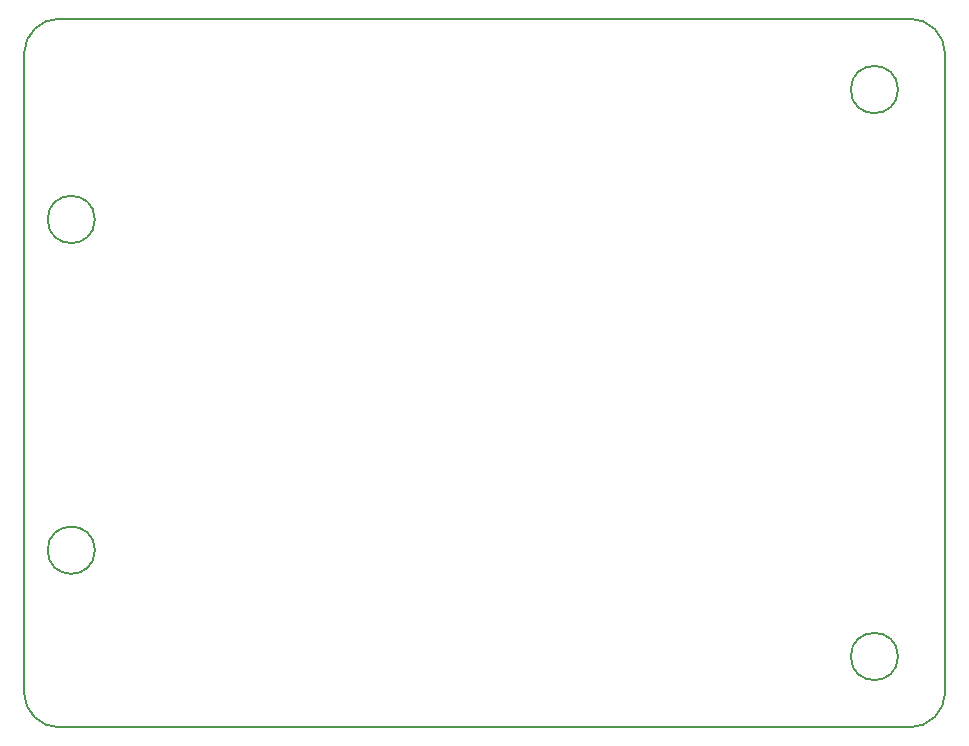
<source format=gm1>
G04 #@! TF.FileFunction,Profile,NP*
%FSLAX46Y46*%
G04 Gerber Fmt 4.6, Leading zero omitted, Abs format (unit mm)*
G04 Created by KiCad (PCBNEW 4.0.3-stable) date 01/10/17 16:40:44*
%MOMM*%
%LPD*%
G01*
G04 APERTURE LIST*
%ADD10C,0.100000*%
%ADD11C,0.150000*%
G04 APERTURE END LIST*
D10*
D11*
X115000000Y-103000000D02*
X43000000Y-103000000D01*
X118000000Y-46000000D02*
X118000000Y-100000000D01*
X43000000Y-43000000D02*
X115000000Y-43000000D01*
X40000000Y-100000000D02*
X40000000Y-46000000D01*
X118000000Y-46000000D02*
G75*
G03X115000000Y-43000000I-3000000J0D01*
G01*
X43000000Y-43000000D02*
G75*
G03X40000000Y-46000000I0J-3000000D01*
G01*
X40000000Y-100000000D02*
G75*
G03X43000000Y-103000000I3000000J0D01*
G01*
X115000000Y-103000000D02*
G75*
G03X118000000Y-100000000I0J3000000D01*
G01*
X114000000Y-49000000D02*
G75*
G03X114000000Y-49000000I-2000000J0D01*
G01*
X114000000Y-97000000D02*
G75*
G03X114000000Y-97000000I-2000000J0D01*
G01*
X46000000Y-60000000D02*
G75*
G03X46000000Y-60000000I-2000000J0D01*
G01*
X46000000Y-88000000D02*
G75*
G03X46000000Y-88000000I-2000000J0D01*
G01*
M02*

</source>
